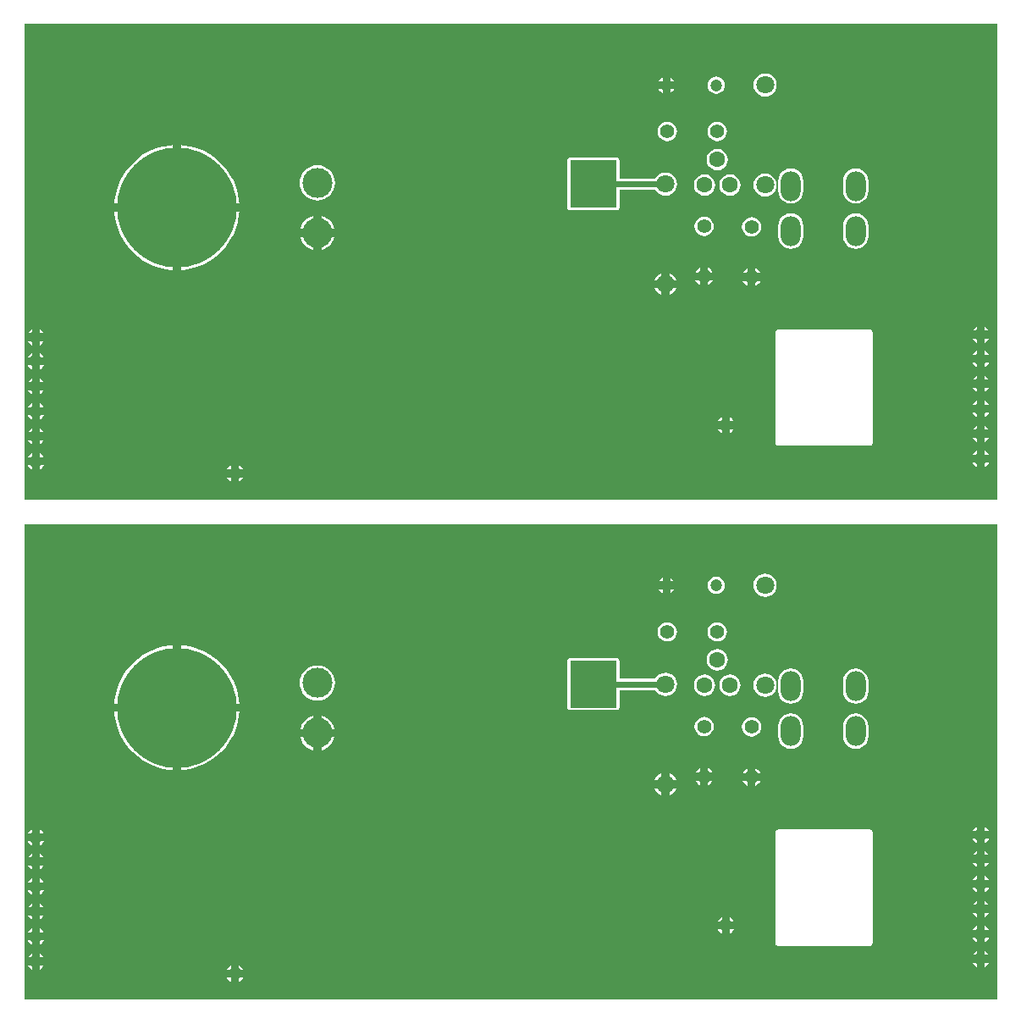
<source format=gbl>
G04*
G04 #@! TF.GenerationSoftware,Altium Limited,Altium Designer,21.0.8 (223)*
G04*
G04 Layer_Physical_Order=2*
G04 Layer_Color=16711680*
%FSLAX44Y44*%
%MOMM*%
G71*
G04*
G04 #@! TF.SameCoordinates,78419CC2-0C4D-43F0-A895-43AD8DE1811A*
G04*
G04*
G04 #@! TF.FilePolarity,Positive*
G04*
G01*
G75*
%ADD10C,0.6000*%
%ADD12C,3.0000*%
%ADD18C,1.4000*%
%ADD19C,1.2000*%
%ADD20C,1.8000*%
%ADD21C,1.6000*%
%ADD22O,2.0000X3.0000*%
%ADD23C,12.0000*%
%ADD24C,1.2700*%
%ADD25R,4.6901X4.7000*%
G36*
X1256490Y777950D02*
X283490Y777950D01*
X283490Y1253366D01*
X1256490Y1253366D01*
X1256490Y777950D01*
D02*
G37*
G36*
Y277950D02*
X283490Y277950D01*
X283490Y753366D01*
X1256490Y753366D01*
X1256490Y277950D01*
D02*
G37*
%LPC*%
G36*
X929690Y1199537D02*
Y1195950D01*
X933277D01*
X933150Y1196257D01*
X931781Y1198041D01*
X929997Y1199410D01*
X929690Y1199537D01*
D02*
G37*
G36*
X921690Y1199537D02*
X921383Y1199410D01*
X919599Y1198041D01*
X918230Y1196257D01*
X918103Y1195950D01*
X921690D01*
Y1199537D01*
D02*
G37*
G36*
X933277Y1187950D02*
X929690D01*
Y1184363D01*
X929997Y1184490D01*
X931781Y1185859D01*
X933150Y1187643D01*
X933277Y1187950D01*
D02*
G37*
G36*
X921690D02*
X918103D01*
X918230Y1187643D01*
X919599Y1185859D01*
X921383Y1184490D01*
X921690Y1184363D01*
Y1187950D01*
D02*
G37*
G36*
X975490Y1200564D02*
X973261Y1200270D01*
X971183Y1199410D01*
X969399Y1198041D01*
X968030Y1196257D01*
X967170Y1194179D01*
X966876Y1191950D01*
X967170Y1189721D01*
X968030Y1187643D01*
X969399Y1185859D01*
X971183Y1184490D01*
X973261Y1183630D01*
X975490Y1183336D01*
X977719Y1183630D01*
X979797Y1184490D01*
X981581Y1185859D01*
X982950Y1187643D01*
X983810Y1189721D01*
X984104Y1191950D01*
X983810Y1194179D01*
X982950Y1196257D01*
X981581Y1198041D01*
X979797Y1199410D01*
X977719Y1200270D01*
X975490Y1200564D01*
D02*
G37*
G36*
X1024240Y1203840D02*
X1021227Y1203443D01*
X1018420Y1202280D01*
X1016010Y1200430D01*
X1014160Y1198020D01*
X1012997Y1195212D01*
X1012600Y1192200D01*
X1012997Y1189187D01*
X1014160Y1186380D01*
X1016010Y1183970D01*
X1018420Y1182120D01*
X1021227Y1180957D01*
X1024240Y1180561D01*
X1027253Y1180957D01*
X1030060Y1182120D01*
X1032470Y1183970D01*
X1034320Y1186380D01*
X1035483Y1189187D01*
X1035880Y1192200D01*
X1035483Y1195212D01*
X1034320Y1198020D01*
X1032470Y1200430D01*
X1030060Y1202280D01*
X1027253Y1203443D01*
X1024240Y1203840D01*
D02*
G37*
G36*
X976515Y1155297D02*
X974025Y1154969D01*
X971704Y1154008D01*
X969711Y1152479D01*
X968182Y1150486D01*
X967221Y1148165D01*
X966893Y1145675D01*
X967221Y1143185D01*
X968182Y1140864D01*
X969711Y1138871D01*
X971704Y1137342D01*
X974025Y1136381D01*
X976515Y1136053D01*
X979005Y1136381D01*
X981326Y1137342D01*
X983319Y1138871D01*
X984848Y1140864D01*
X985809Y1143185D01*
X986137Y1145675D01*
X985809Y1148165D01*
X984848Y1150486D01*
X983319Y1152479D01*
X981326Y1154008D01*
X979005Y1154969D01*
X976515Y1155297D01*
D02*
G37*
G36*
X926515D02*
X924025Y1154969D01*
X921704Y1154008D01*
X919711Y1152479D01*
X918182Y1150486D01*
X917221Y1148165D01*
X916893Y1145675D01*
X917221Y1143185D01*
X918182Y1140864D01*
X919711Y1138871D01*
X921704Y1137342D01*
X924025Y1136381D01*
X926515Y1136053D01*
X929005Y1136381D01*
X931326Y1137342D01*
X933319Y1138871D01*
X934848Y1140864D01*
X935809Y1143185D01*
X936137Y1145675D01*
X935809Y1148165D01*
X934848Y1150486D01*
X933319Y1152479D01*
X931326Y1154008D01*
X929005Y1154969D01*
X926515Y1155297D01*
D02*
G37*
G36*
X976540Y1128231D02*
X973789Y1127869D01*
X971225Y1126807D01*
X969023Y1125117D01*
X967333Y1122915D01*
X966271Y1120351D01*
X965909Y1117600D01*
X966271Y1114848D01*
X967333Y1112284D01*
X969023Y1110083D01*
X971225Y1108393D01*
X973789Y1107331D01*
X976540Y1106969D01*
X979292Y1107331D01*
X981855Y1108393D01*
X984057Y1110083D01*
X985747Y1112284D01*
X986809Y1114848D01*
X987171Y1117600D01*
X986809Y1120351D01*
X985747Y1122915D01*
X984057Y1125117D01*
X981855Y1126807D01*
X979292Y1127869D01*
X976540Y1128231D01*
D02*
G37*
G36*
X989240Y1102831D02*
X986488Y1102469D01*
X983924Y1101407D01*
X981723Y1099717D01*
X980033Y1097515D01*
X978971Y1094951D01*
X978609Y1092200D01*
X978971Y1089448D01*
X980033Y1086885D01*
X981723Y1084683D01*
X983924Y1082993D01*
X986488Y1081931D01*
X989240Y1081569D01*
X991992Y1081931D01*
X994556Y1082993D01*
X996757Y1084683D01*
X998447Y1086885D01*
X999509Y1089448D01*
X999871Y1092200D01*
X999509Y1094951D01*
X998447Y1097515D01*
X996757Y1099717D01*
X994556Y1101407D01*
X991992Y1102469D01*
X989240Y1102831D01*
D02*
G37*
G36*
X963840D02*
X961088Y1102469D01*
X958524Y1101407D01*
X956323Y1099717D01*
X954633Y1097515D01*
X953571Y1094951D01*
X953209Y1092200D01*
X953571Y1089448D01*
X954633Y1086885D01*
X956323Y1084683D01*
X958524Y1082993D01*
X961088Y1081931D01*
X963840Y1081569D01*
X966591Y1081931D01*
X969156Y1082993D01*
X971357Y1084683D01*
X973047Y1086885D01*
X974109Y1089448D01*
X974471Y1092200D01*
X974109Y1094951D01*
X973047Y1097515D01*
X971357Y1099717D01*
X969156Y1101407D01*
X966591Y1102469D01*
X963840Y1102831D01*
D02*
G37*
G36*
X876051Y1119540D02*
X829150D01*
X828159Y1119343D01*
X827319Y1118781D01*
X826758Y1117941D01*
X826561Y1116950D01*
Y1069950D01*
X826758Y1068959D01*
X827319Y1068119D01*
X828159Y1067557D01*
X829150Y1067360D01*
X876051D01*
X877042Y1067557D01*
X877882Y1068119D01*
X878443Y1068959D01*
X878641Y1069950D01*
Y1087551D01*
X914589D01*
X914660Y1087380D01*
X916510Y1084970D01*
X918920Y1083120D01*
X921728Y1081957D01*
X924740Y1081560D01*
X927753Y1081957D01*
X930560Y1083120D01*
X932970Y1084970D01*
X934820Y1087380D01*
X935983Y1090188D01*
X936380Y1093200D01*
X935983Y1096212D01*
X934820Y1099020D01*
X932970Y1101430D01*
X930560Y1103280D01*
X927753Y1104443D01*
X924740Y1104839D01*
X921728Y1104443D01*
X918920Y1103280D01*
X916510Y1101430D01*
X914660Y1099020D01*
X914589Y1098848D01*
X878641D01*
Y1116950D01*
X878443Y1117941D01*
X877882Y1118781D01*
X877042Y1119343D01*
X876051Y1119540D01*
D02*
G37*
G36*
X1024240Y1103840D02*
X1021227Y1103443D01*
X1018420Y1102280D01*
X1016010Y1100430D01*
X1014160Y1098020D01*
X1012997Y1095212D01*
X1012600Y1092200D01*
X1012997Y1089187D01*
X1014160Y1086380D01*
X1016010Y1083970D01*
X1018420Y1082120D01*
X1021227Y1080957D01*
X1024240Y1080560D01*
X1027253Y1080957D01*
X1030060Y1082120D01*
X1032470Y1083970D01*
X1034320Y1086380D01*
X1035483Y1089187D01*
X1035880Y1092200D01*
X1035483Y1095212D01*
X1034320Y1098020D01*
X1032470Y1100430D01*
X1030060Y1102280D01*
X1027253Y1103443D01*
X1024240Y1103840D01*
D02*
G37*
G36*
X576490Y1112075D02*
X573052Y1111736D01*
X569745Y1110733D01*
X566698Y1109105D01*
X564027Y1106913D01*
X561836Y1104242D01*
X560207Y1101195D01*
X559204Y1097888D01*
X558865Y1094450D01*
X559204Y1091012D01*
X560207Y1087705D01*
X561836Y1084658D01*
X564027Y1081987D01*
X566698Y1079796D01*
X569745Y1078167D01*
X573052Y1077164D01*
X576490Y1076825D01*
X579929Y1077164D01*
X583235Y1078167D01*
X586282Y1079796D01*
X588953Y1081987D01*
X591144Y1084658D01*
X592773Y1087705D01*
X593776Y1091012D01*
X594115Y1094450D01*
X593776Y1097888D01*
X592773Y1101195D01*
X591144Y1104242D01*
X588953Y1106913D01*
X586282Y1109105D01*
X583235Y1110733D01*
X579929Y1111736D01*
X576490Y1112075D01*
D02*
G37*
G36*
X439990Y1132114D02*
Y1073700D01*
X498404D01*
X498235Y1076713D01*
X497058Y1083638D01*
X495113Y1090388D01*
X492425Y1096878D01*
X489028Y1103026D01*
X484963Y1108755D01*
X480282Y1113992D01*
X475045Y1118673D01*
X469316Y1122738D01*
X463168Y1126135D01*
X456678Y1128823D01*
X449928Y1130768D01*
X443003Y1131945D01*
X439990Y1132114D01*
D02*
G37*
G36*
X431990D02*
X428977Y1131945D01*
X422052Y1130768D01*
X415302Y1128823D01*
X408812Y1126135D01*
X402664Y1122738D01*
X396936Y1118673D01*
X391698Y1113992D01*
X387017Y1108755D01*
X382952Y1103026D01*
X379555Y1096878D01*
X376866Y1090388D01*
X374922Y1083638D01*
X373745Y1076713D01*
X373576Y1073700D01*
X431990D01*
Y1132114D01*
D02*
G37*
G36*
X1114990Y1108903D02*
X1111716Y1108472D01*
X1108666Y1107209D01*
X1106046Y1105199D01*
X1104036Y1102579D01*
X1102773Y1099529D01*
X1102342Y1096255D01*
Y1086255D01*
X1102773Y1082981D01*
X1104036Y1079931D01*
X1106046Y1077311D01*
X1108666Y1075301D01*
X1111716Y1074038D01*
X1114990Y1073607D01*
X1118264Y1074038D01*
X1121314Y1075301D01*
X1123934Y1077311D01*
X1125944Y1079931D01*
X1127207Y1082981D01*
X1127638Y1086255D01*
Y1096255D01*
X1127207Y1099529D01*
X1125944Y1102579D01*
X1123934Y1105199D01*
X1121314Y1107209D01*
X1118264Y1108472D01*
X1114990Y1108903D01*
D02*
G37*
G36*
X1049990D02*
X1046716Y1108472D01*
X1043666Y1107209D01*
X1041046Y1105199D01*
X1039036Y1102579D01*
X1037773Y1099529D01*
X1037342Y1096255D01*
Y1086255D01*
X1037773Y1082981D01*
X1039036Y1079931D01*
X1041046Y1077311D01*
X1043666Y1075301D01*
X1046716Y1074038D01*
X1049990Y1073607D01*
X1053264Y1074038D01*
X1056314Y1075301D01*
X1058934Y1077311D01*
X1060944Y1079931D01*
X1062207Y1082981D01*
X1062638Y1086255D01*
Y1096255D01*
X1062207Y1099529D01*
X1060944Y1102579D01*
X1058934Y1105199D01*
X1056314Y1107209D01*
X1053264Y1108472D01*
X1049990Y1108903D01*
D02*
G37*
G36*
X580490Y1061566D02*
Y1048450D01*
X593606D01*
X592773Y1051195D01*
X591144Y1054242D01*
X588953Y1056913D01*
X586282Y1059105D01*
X583235Y1060733D01*
X580490Y1061566D01*
D02*
G37*
G36*
X572490D02*
X569745Y1060733D01*
X566698Y1059105D01*
X564027Y1056913D01*
X561836Y1054242D01*
X560207Y1051195D01*
X559374Y1048450D01*
X572490D01*
Y1061566D01*
D02*
G37*
G36*
X963240Y1060572D02*
X960750Y1060244D01*
X958429Y1059283D01*
X956436Y1057754D01*
X954907Y1055761D01*
X953946Y1053440D01*
X953618Y1050950D01*
X953946Y1048459D01*
X954907Y1046139D01*
X956436Y1044146D01*
X958429Y1042617D01*
X960750Y1041656D01*
X963240Y1041328D01*
X965731Y1041656D01*
X968051Y1042617D01*
X970044Y1044146D01*
X971573Y1046139D01*
X972534Y1048459D01*
X972862Y1050950D01*
X972534Y1053440D01*
X971573Y1055761D01*
X970044Y1057754D01*
X968051Y1059283D01*
X965731Y1060244D01*
X963240Y1060572D01*
D02*
G37*
G36*
X1010740Y1060072D02*
X1008250Y1059744D01*
X1005929Y1058783D01*
X1003936Y1057254D01*
X1002407Y1055261D01*
X1001446Y1052941D01*
X1001118Y1050450D01*
X1001446Y1047960D01*
X1002407Y1045639D01*
X1003936Y1043646D01*
X1005929Y1042117D01*
X1008250Y1041156D01*
X1010740Y1040828D01*
X1013231Y1041156D01*
X1015551Y1042117D01*
X1017544Y1043646D01*
X1019073Y1045639D01*
X1020034Y1047960D01*
X1020362Y1050450D01*
X1020034Y1052941D01*
X1019073Y1055261D01*
X1017544Y1057254D01*
X1015551Y1058783D01*
X1013231Y1059744D01*
X1010740Y1060072D01*
D02*
G37*
G36*
X1114990Y1063903D02*
X1111716Y1063472D01*
X1108666Y1062209D01*
X1106046Y1060199D01*
X1104036Y1057579D01*
X1102773Y1054529D01*
X1102342Y1051255D01*
Y1041255D01*
X1102773Y1037981D01*
X1104036Y1034931D01*
X1106046Y1032311D01*
X1108666Y1030301D01*
X1111716Y1029038D01*
X1114990Y1028607D01*
X1118264Y1029038D01*
X1121314Y1030301D01*
X1123934Y1032311D01*
X1125944Y1034931D01*
X1127207Y1037981D01*
X1127638Y1041255D01*
Y1051255D01*
X1127207Y1054529D01*
X1125944Y1057579D01*
X1123934Y1060199D01*
X1121314Y1062209D01*
X1118264Y1063472D01*
X1114990Y1063903D01*
D02*
G37*
G36*
X1049990D02*
X1046716Y1063472D01*
X1043666Y1062209D01*
X1041046Y1060199D01*
X1039036Y1057579D01*
X1037773Y1054529D01*
X1037342Y1051255D01*
Y1041255D01*
X1037773Y1037981D01*
X1039036Y1034931D01*
X1041046Y1032311D01*
X1043666Y1030301D01*
X1046716Y1029038D01*
X1049990Y1028607D01*
X1053264Y1029038D01*
X1056314Y1030301D01*
X1058934Y1032311D01*
X1060944Y1034931D01*
X1062207Y1037981D01*
X1062638Y1041255D01*
Y1051255D01*
X1062207Y1054529D01*
X1060944Y1057579D01*
X1058934Y1060199D01*
X1056314Y1062209D01*
X1053264Y1063472D01*
X1049990Y1063903D01*
D02*
G37*
G36*
X593606Y1040450D02*
X580490D01*
Y1027334D01*
X583235Y1028167D01*
X586282Y1029796D01*
X588953Y1031987D01*
X591144Y1034658D01*
X592773Y1037705D01*
X593606Y1040450D01*
D02*
G37*
G36*
X572490D02*
X559374D01*
X560207Y1037705D01*
X561836Y1034658D01*
X564027Y1031987D01*
X566698Y1029796D01*
X569745Y1028167D01*
X572490Y1027334D01*
Y1040450D01*
D02*
G37*
G36*
X498404Y1065700D02*
X439990D01*
Y1007286D01*
X443003Y1007455D01*
X449928Y1008632D01*
X456678Y1010576D01*
X463168Y1013265D01*
X469316Y1016662D01*
X475045Y1020727D01*
X480282Y1025408D01*
X484963Y1030646D01*
X489028Y1036374D01*
X492425Y1042522D01*
X495113Y1049012D01*
X497058Y1055762D01*
X498235Y1062687D01*
X498404Y1065700D01*
D02*
G37*
G36*
X431990D02*
X373576D01*
X373745Y1062687D01*
X374922Y1055762D01*
X376866Y1049012D01*
X379555Y1042522D01*
X382952Y1036374D01*
X387017Y1030646D01*
X391698Y1025408D01*
X396936Y1020727D01*
X402664Y1016662D01*
X408812Y1013265D01*
X415302Y1010576D01*
X422052Y1008632D01*
X428977Y1007455D01*
X431990Y1007286D01*
Y1065700D01*
D02*
G37*
G36*
X967240Y1009619D02*
Y1004950D01*
X971909D01*
X971573Y1005761D01*
X970044Y1007754D01*
X968051Y1009283D01*
X967240Y1009619D01*
D02*
G37*
G36*
X959240Y1009619D02*
X958429Y1009283D01*
X956436Y1007754D01*
X954907Y1005761D01*
X954571Y1004950D01*
X959240D01*
Y1009619D01*
D02*
G37*
G36*
X1014740Y1009119D02*
Y1004450D01*
X1019409D01*
X1019073Y1005261D01*
X1017544Y1007254D01*
X1015551Y1008783D01*
X1014740Y1009119D01*
D02*
G37*
G36*
X1006740D02*
X1005929Y1008783D01*
X1003936Y1007254D01*
X1002407Y1005261D01*
X1002071Y1004450D01*
X1006740D01*
Y1009119D01*
D02*
G37*
G36*
X928740Y1004034D02*
Y997200D01*
X935574D01*
X934820Y999020D01*
X932970Y1001430D01*
X930560Y1003280D01*
X928740Y1004034D01*
D02*
G37*
G36*
X920740D02*
X918920Y1003280D01*
X916510Y1001430D01*
X914660Y999020D01*
X913906Y997200D01*
X920740D01*
Y1004034D01*
D02*
G37*
G36*
X959240Y996950D02*
X954571D01*
X954907Y996139D01*
X956436Y994146D01*
X958429Y992617D01*
X959240Y992281D01*
Y996950D01*
D02*
G37*
G36*
X971909D02*
X967240D01*
Y992281D01*
X968051Y992617D01*
X970044Y994146D01*
X971573Y996139D01*
X971909Y996950D01*
D02*
G37*
G36*
X1019409Y996450D02*
X1014740D01*
Y991781D01*
X1015551Y992117D01*
X1017544Y993646D01*
X1019073Y995639D01*
X1019409Y996450D01*
D02*
G37*
G36*
X1006740D02*
X1002071D01*
X1002407Y995639D01*
X1003936Y993646D01*
X1005929Y992117D01*
X1006740Y991781D01*
Y996450D01*
D02*
G37*
G36*
X935574Y989200D02*
X928740D01*
Y982366D01*
X930560Y983120D01*
X932970Y984970D01*
X934820Y987380D01*
X935574Y989200D01*
D02*
G37*
G36*
X920740D02*
X913906D01*
X914660Y987380D01*
X916510Y984970D01*
X918920Y983120D01*
X920740Y982366D01*
Y989200D01*
D02*
G37*
G36*
X1243990Y950556D02*
Y946590D01*
X1247956D01*
X1247755Y947073D01*
X1246330Y948930D01*
X1244473Y950355D01*
X1243990Y950556D01*
D02*
G37*
G36*
X1235990D02*
X1235507Y950355D01*
X1233650Y948930D01*
X1232225Y947073D01*
X1232024Y946590D01*
X1235990D01*
Y950556D01*
D02*
G37*
G36*
X298990Y948056D02*
Y944090D01*
X302956D01*
X302755Y944573D01*
X301330Y946430D01*
X299473Y947855D01*
X298990Y948056D01*
D02*
G37*
G36*
X290990D02*
X290507Y947855D01*
X288650Y946430D01*
X287225Y944573D01*
X287024Y944090D01*
X290990D01*
Y948056D01*
D02*
G37*
G36*
X1247956Y938590D02*
X1243990D01*
Y934624D01*
X1244473Y934825D01*
X1246330Y936250D01*
X1247755Y938107D01*
X1247956Y938590D01*
D02*
G37*
G36*
X1235990D02*
X1232024D01*
X1232225Y938107D01*
X1233650Y936250D01*
X1235507Y934825D01*
X1235990Y934624D01*
Y938590D01*
D02*
G37*
G36*
X302956Y936090D02*
X298990D01*
Y932124D01*
X299473Y932325D01*
X301330Y933750D01*
X302755Y935607D01*
X302956Y936090D01*
D02*
G37*
G36*
X290990D02*
X287024D01*
X287225Y935607D01*
X288650Y933750D01*
X290507Y932325D01*
X290990Y932124D01*
Y936090D01*
D02*
G37*
G36*
X1243990Y926556D02*
Y922590D01*
X1247956D01*
X1247755Y923073D01*
X1246330Y924930D01*
X1244473Y926355D01*
X1243990Y926556D01*
D02*
G37*
G36*
X1235990D02*
X1235507Y926355D01*
X1233650Y924930D01*
X1232225Y923073D01*
X1232024Y922590D01*
X1235990D01*
Y926556D01*
D02*
G37*
G36*
X298990Y924056D02*
Y920090D01*
X302956D01*
X302755Y920573D01*
X301330Y922430D01*
X299473Y923855D01*
X298990Y924056D01*
D02*
G37*
G36*
X290990D02*
X290507Y923855D01*
X288650Y922430D01*
X287225Y920573D01*
X287024Y920090D01*
X290990D01*
Y924056D01*
D02*
G37*
G36*
X1247956Y914590D02*
X1243990D01*
Y910624D01*
X1244473Y910825D01*
X1246330Y912250D01*
X1247755Y914107D01*
X1247956Y914590D01*
D02*
G37*
G36*
X1235990D02*
X1232024D01*
X1232225Y914107D01*
X1233650Y912250D01*
X1235507Y910825D01*
X1235990Y910624D01*
Y914590D01*
D02*
G37*
G36*
X302956Y912090D02*
X298990D01*
Y908124D01*
X299473Y908325D01*
X301330Y909750D01*
X302755Y911607D01*
X302956Y912090D01*
D02*
G37*
G36*
X290990D02*
X287024D01*
X287225Y911607D01*
X288650Y909750D01*
X290507Y908325D01*
X290990Y908124D01*
Y912090D01*
D02*
G37*
G36*
X1243990Y901556D02*
Y897590D01*
X1247956D01*
X1247755Y898073D01*
X1246330Y899930D01*
X1244473Y901355D01*
X1243990Y901556D01*
D02*
G37*
G36*
X1235990D02*
X1235507Y901355D01*
X1233650Y899930D01*
X1232225Y898073D01*
X1232024Y897590D01*
X1235990D01*
Y901556D01*
D02*
G37*
G36*
X298990Y899056D02*
Y895090D01*
X302956D01*
X302755Y895573D01*
X301330Y897430D01*
X299473Y898855D01*
X298990Y899056D01*
D02*
G37*
G36*
X290990D02*
X290507Y898855D01*
X288650Y897430D01*
X287225Y895573D01*
X287024Y895090D01*
X290990D01*
Y899056D01*
D02*
G37*
G36*
X1247956Y889590D02*
X1243990D01*
Y885624D01*
X1244473Y885825D01*
X1246330Y887250D01*
X1247755Y889107D01*
X1247956Y889590D01*
D02*
G37*
G36*
X1235990D02*
X1232024D01*
X1232225Y889107D01*
X1233650Y887250D01*
X1235507Y885825D01*
X1235990Y885624D01*
Y889590D01*
D02*
G37*
G36*
X302956Y887090D02*
X298990D01*
Y883124D01*
X299473Y883325D01*
X301330Y884750D01*
X302755Y886607D01*
X302956Y887090D01*
D02*
G37*
G36*
X290990D02*
X287024D01*
X287225Y886607D01*
X288650Y884750D01*
X290507Y883325D01*
X290990Y883124D01*
Y887090D01*
D02*
G37*
G36*
X1243990Y876556D02*
Y872590D01*
X1247956D01*
X1247755Y873073D01*
X1246330Y874930D01*
X1244473Y876355D01*
X1243990Y876556D01*
D02*
G37*
G36*
X1235990D02*
X1235507Y876355D01*
X1233650Y874930D01*
X1232225Y873073D01*
X1232024Y872590D01*
X1235990D01*
Y876556D01*
D02*
G37*
G36*
X298990Y874056D02*
Y870090D01*
X302956D01*
X302755Y870573D01*
X301330Y872430D01*
X299473Y873855D01*
X298990Y874056D01*
D02*
G37*
G36*
X290990D02*
X290507Y873855D01*
X288650Y872430D01*
X287225Y870573D01*
X287024Y870090D01*
X290990D01*
Y874056D01*
D02*
G37*
G36*
X1247956Y864590D02*
X1243990D01*
Y860624D01*
X1244473Y860825D01*
X1246330Y862250D01*
X1247755Y864107D01*
X1247956Y864590D01*
D02*
G37*
G36*
X1235990D02*
X1232024D01*
X1232225Y864107D01*
X1233650Y862250D01*
X1235507Y860825D01*
X1235990Y860624D01*
Y864590D01*
D02*
G37*
G36*
X302956Y862090D02*
X298990D01*
Y858124D01*
X299473Y858325D01*
X301330Y859750D01*
X302755Y861607D01*
X302956Y862090D01*
D02*
G37*
G36*
X290990D02*
X287024D01*
X287225Y861607D01*
X288650Y859750D01*
X290507Y858325D01*
X290990Y858124D01*
Y862090D01*
D02*
G37*
G36*
X988990Y860166D02*
Y856200D01*
X992956D01*
X992755Y856683D01*
X991330Y858540D01*
X989473Y859965D01*
X988990Y860166D01*
D02*
G37*
G36*
X980990D02*
X980507Y859965D01*
X978650Y858540D01*
X977225Y856683D01*
X977024Y856200D01*
X980990D01*
Y860166D01*
D02*
G37*
G36*
X1243990Y851556D02*
Y847590D01*
X1247956D01*
X1247755Y848073D01*
X1246330Y849930D01*
X1244473Y851355D01*
X1243990Y851556D01*
D02*
G37*
G36*
X1235990D02*
X1235507Y851355D01*
X1233650Y849930D01*
X1232225Y848073D01*
X1232024Y847590D01*
X1235990D01*
Y851556D01*
D02*
G37*
G36*
X298990Y849056D02*
Y845090D01*
X302956D01*
X302755Y845573D01*
X301330Y847430D01*
X299473Y848855D01*
X298990Y849056D01*
D02*
G37*
G36*
X290990D02*
X290507Y848855D01*
X288650Y847430D01*
X287225Y845573D01*
X287024Y845090D01*
X290990D01*
Y849056D01*
D02*
G37*
G36*
X992956Y848200D02*
X988990D01*
Y844234D01*
X989473Y844435D01*
X991330Y845860D01*
X992755Y847717D01*
X992956Y848200D01*
D02*
G37*
G36*
X980990D02*
X977024D01*
X977225Y847717D01*
X978650Y845860D01*
X980507Y844435D01*
X980990Y844234D01*
Y848200D01*
D02*
G37*
G36*
X1247956Y839590D02*
X1243990D01*
Y835624D01*
X1244473Y835825D01*
X1246330Y837250D01*
X1247755Y839107D01*
X1247956Y839590D01*
D02*
G37*
G36*
X1235990D02*
X1232024D01*
X1232225Y839107D01*
X1233650Y837250D01*
X1235507Y835825D01*
X1235990Y835624D01*
Y839590D01*
D02*
G37*
G36*
X302956Y837090D02*
X298990D01*
Y833124D01*
X299473Y833325D01*
X301330Y834750D01*
X302755Y836607D01*
X302956Y837090D01*
D02*
G37*
G36*
X290990D02*
X287024D01*
X287225Y836607D01*
X288650Y834750D01*
X290507Y833325D01*
X290990Y833124D01*
Y837090D01*
D02*
G37*
G36*
X1129240Y948040D02*
X1037240D01*
X1036249Y947843D01*
X1035409Y947281D01*
X1034847Y946441D01*
X1034650Y945450D01*
Y834450D01*
X1034847Y833459D01*
X1035409Y832619D01*
X1036249Y832057D01*
X1037240Y831860D01*
X1129240D01*
X1130231Y832057D01*
X1131071Y832619D01*
X1131633Y833459D01*
X1131830Y834450D01*
Y945450D01*
X1131633Y946441D01*
X1131071Y947281D01*
X1130231Y947843D01*
X1129240Y948040D01*
D02*
G37*
G36*
X1243990Y826556D02*
Y822590D01*
X1247956D01*
X1247755Y823073D01*
X1246330Y824930D01*
X1244473Y826355D01*
X1243990Y826556D01*
D02*
G37*
G36*
X1235990D02*
X1235507Y826355D01*
X1233650Y824930D01*
X1232225Y823073D01*
X1232024Y822590D01*
X1235990D01*
Y826556D01*
D02*
G37*
G36*
X298990Y824056D02*
Y820090D01*
X302956D01*
X302755Y820573D01*
X301330Y822430D01*
X299473Y823855D01*
X298990Y824056D01*
D02*
G37*
G36*
X290990D02*
X290507Y823855D01*
X288650Y822430D01*
X287225Y820573D01*
X287024Y820090D01*
X290990D01*
Y824056D01*
D02*
G37*
G36*
X1247956Y814590D02*
X1243990D01*
Y810624D01*
X1244473Y810825D01*
X1246330Y812250D01*
X1247755Y814107D01*
X1247956Y814590D01*
D02*
G37*
G36*
X1235990D02*
X1232024D01*
X1232225Y814107D01*
X1233650Y812250D01*
X1235507Y810825D01*
X1235990Y810624D01*
Y814590D01*
D02*
G37*
G36*
X302956Y812090D02*
X298990D01*
Y808124D01*
X299473Y808325D01*
X301330Y809750D01*
X302755Y811607D01*
X302956Y812090D01*
D02*
G37*
G36*
X290990D02*
X287024D01*
X287225Y811607D01*
X288650Y809750D01*
X290507Y808325D01*
X290990Y808124D01*
Y812090D01*
D02*
G37*
G36*
X498240Y811916D02*
Y807950D01*
X502206D01*
X502005Y808433D01*
X500580Y810291D01*
X498723Y811715D01*
X498240Y811916D01*
D02*
G37*
G36*
X490240D02*
X489757Y811715D01*
X487900Y810291D01*
X486475Y808433D01*
X486274Y807950D01*
X490240D01*
Y811916D01*
D02*
G37*
G36*
X502206Y799950D02*
X498240D01*
Y795984D01*
X498723Y796185D01*
X500580Y797610D01*
X502005Y799467D01*
X502206Y799950D01*
D02*
G37*
G36*
X490240D02*
X486274D01*
X486475Y799467D01*
X487900Y797610D01*
X489757Y796185D01*
X490240Y795984D01*
Y799950D01*
D02*
G37*
G36*
X929690Y699537D02*
Y695950D01*
X933277D01*
X933150Y696257D01*
X931781Y698041D01*
X929997Y699410D01*
X929690Y699537D01*
D02*
G37*
G36*
X921690Y699537D02*
X921383Y699410D01*
X919599Y698041D01*
X918230Y696257D01*
X918103Y695950D01*
X921690D01*
Y699537D01*
D02*
G37*
G36*
X933277Y687950D02*
X929690D01*
Y684363D01*
X929997Y684490D01*
X931781Y685859D01*
X933150Y687643D01*
X933277Y687950D01*
D02*
G37*
G36*
X921690D02*
X918103D01*
X918230Y687643D01*
X919599Y685859D01*
X921383Y684490D01*
X921690Y684363D01*
Y687950D01*
D02*
G37*
G36*
X975490Y700564D02*
X973261Y700270D01*
X971183Y699410D01*
X969399Y698041D01*
X968030Y696257D01*
X967170Y694179D01*
X966876Y691950D01*
X967170Y689721D01*
X968030Y687643D01*
X969399Y685859D01*
X971183Y684490D01*
X973261Y683630D01*
X975490Y683336D01*
X977719Y683630D01*
X979797Y684490D01*
X981581Y685859D01*
X982950Y687643D01*
X983810Y689721D01*
X984104Y691950D01*
X983810Y694179D01*
X982950Y696257D01*
X981581Y698041D01*
X979797Y699410D01*
X977719Y700270D01*
X975490Y700564D01*
D02*
G37*
G36*
X1024240Y703840D02*
X1021227Y703443D01*
X1018420Y702280D01*
X1016010Y700430D01*
X1014160Y698020D01*
X1012997Y695213D01*
X1012600Y692200D01*
X1012997Y689187D01*
X1014160Y686380D01*
X1016010Y683970D01*
X1018420Y682120D01*
X1021227Y680957D01*
X1024240Y680561D01*
X1027253Y680957D01*
X1030060Y682120D01*
X1032470Y683970D01*
X1034320Y686380D01*
X1035483Y689187D01*
X1035880Y692200D01*
X1035483Y695213D01*
X1034320Y698020D01*
X1032470Y700430D01*
X1030060Y702280D01*
X1027253Y703443D01*
X1024240Y703840D01*
D02*
G37*
G36*
X976515Y655297D02*
X974025Y654969D01*
X971704Y654008D01*
X969711Y652479D01*
X968182Y650486D01*
X967221Y648166D01*
X966893Y645675D01*
X967221Y643185D01*
X968182Y640864D01*
X969711Y638871D01*
X971704Y637342D01*
X974025Y636381D01*
X976515Y636053D01*
X979005Y636381D01*
X981326Y637342D01*
X983319Y638871D01*
X984848Y640864D01*
X985809Y643185D01*
X986137Y645675D01*
X985809Y648166D01*
X984848Y650486D01*
X983319Y652479D01*
X981326Y654008D01*
X979005Y654969D01*
X976515Y655297D01*
D02*
G37*
G36*
X926515D02*
X924025Y654969D01*
X921704Y654008D01*
X919711Y652479D01*
X918182Y650486D01*
X917221Y648166D01*
X916893Y645675D01*
X917221Y643185D01*
X918182Y640864D01*
X919711Y638871D01*
X921704Y637342D01*
X924025Y636381D01*
X926515Y636053D01*
X929005Y636381D01*
X931326Y637342D01*
X933319Y638871D01*
X934848Y640864D01*
X935809Y643185D01*
X936137Y645675D01*
X935809Y648166D01*
X934848Y650486D01*
X933319Y652479D01*
X931326Y654008D01*
X929005Y654969D01*
X926515Y655297D01*
D02*
G37*
G36*
X976540Y628231D02*
X973789Y627869D01*
X971225Y626807D01*
X969023Y625117D01*
X967333Y622915D01*
X966271Y620351D01*
X965909Y617600D01*
X966271Y614849D01*
X967333Y612285D01*
X969023Y610083D01*
X971225Y608393D01*
X973789Y607331D01*
X976540Y606969D01*
X979292Y607331D01*
X981855Y608393D01*
X984057Y610083D01*
X985747Y612285D01*
X986809Y614849D01*
X987171Y617600D01*
X986809Y620351D01*
X985747Y622915D01*
X984057Y625117D01*
X981855Y626807D01*
X979292Y627869D01*
X976540Y628231D01*
D02*
G37*
G36*
X989240Y602831D02*
X986488Y602469D01*
X983924Y601407D01*
X981723Y599717D01*
X980033Y597515D01*
X978971Y594952D01*
X978609Y592200D01*
X978971Y589449D01*
X980033Y586884D01*
X981723Y584683D01*
X983924Y582993D01*
X986488Y581931D01*
X989240Y581569D01*
X991992Y581931D01*
X994556Y582993D01*
X996757Y584683D01*
X998447Y586884D01*
X999509Y589449D01*
X999871Y592200D01*
X999509Y594952D01*
X998447Y597515D01*
X996757Y599717D01*
X994556Y601407D01*
X991992Y602469D01*
X989240Y602831D01*
D02*
G37*
G36*
X963840D02*
X961088Y602469D01*
X958524Y601407D01*
X956323Y599717D01*
X954633Y597515D01*
X953571Y594952D01*
X953209Y592200D01*
X953571Y589449D01*
X954633Y586884D01*
X956323Y584683D01*
X958524Y582993D01*
X961088Y581931D01*
X963840Y581569D01*
X966591Y581931D01*
X969156Y582993D01*
X971357Y584683D01*
X973047Y586884D01*
X974109Y589449D01*
X974471Y592200D01*
X974109Y594952D01*
X973047Y597515D01*
X971357Y599717D01*
X969156Y601407D01*
X966591Y602469D01*
X963840Y602831D01*
D02*
G37*
G36*
X876051Y619540D02*
X829150D01*
X828159Y619343D01*
X827319Y618781D01*
X826758Y617941D01*
X826561Y616950D01*
Y569950D01*
X826758Y568959D01*
X827319Y568119D01*
X828159Y567557D01*
X829150Y567360D01*
X876051D01*
X877042Y567557D01*
X877882Y568119D01*
X878443Y568959D01*
X878641Y569950D01*
Y587551D01*
X914589D01*
X914660Y587380D01*
X916510Y584970D01*
X918920Y583120D01*
X921728Y581957D01*
X924740Y581561D01*
X927753Y581957D01*
X930560Y583120D01*
X932970Y584970D01*
X934820Y587380D01*
X935983Y590187D01*
X936380Y593200D01*
X935983Y596213D01*
X934820Y599020D01*
X932970Y601430D01*
X930560Y603280D01*
X927753Y604443D01*
X924740Y604840D01*
X921728Y604443D01*
X918920Y603280D01*
X916510Y601430D01*
X914660Y599020D01*
X914589Y598848D01*
X878641D01*
Y616950D01*
X878443Y617941D01*
X877882Y618781D01*
X877042Y619343D01*
X876051Y619540D01*
D02*
G37*
G36*
X1024240Y603840D02*
X1021227Y603443D01*
X1018420Y602280D01*
X1016010Y600430D01*
X1014160Y598020D01*
X1012997Y595213D01*
X1012600Y592200D01*
X1012997Y589188D01*
X1014160Y586380D01*
X1016010Y583970D01*
X1018420Y582120D01*
X1021227Y580957D01*
X1024240Y580560D01*
X1027253Y580957D01*
X1030060Y582120D01*
X1032470Y583970D01*
X1034320Y586380D01*
X1035483Y589188D01*
X1035880Y592200D01*
X1035483Y595213D01*
X1034320Y598020D01*
X1032470Y600430D01*
X1030060Y602280D01*
X1027253Y603443D01*
X1024240Y603840D01*
D02*
G37*
G36*
X576490Y612075D02*
X573052Y611736D01*
X569745Y610733D01*
X566698Y609104D01*
X564027Y606913D01*
X561836Y604242D01*
X560207Y601195D01*
X559204Y597888D01*
X558865Y594450D01*
X559204Y591012D01*
X560207Y587705D01*
X561836Y584658D01*
X564027Y581987D01*
X566698Y579795D01*
X569745Y578167D01*
X573052Y577164D01*
X576490Y576825D01*
X579929Y577164D01*
X583235Y578167D01*
X586282Y579795D01*
X588953Y581987D01*
X591144Y584658D01*
X592773Y587705D01*
X593776Y591012D01*
X594115Y594450D01*
X593776Y597888D01*
X592773Y601195D01*
X591144Y604242D01*
X588953Y606913D01*
X586282Y609104D01*
X583235Y610733D01*
X579929Y611736D01*
X576490Y612075D01*
D02*
G37*
G36*
X439990Y632114D02*
Y573700D01*
X498404D01*
X498235Y576713D01*
X497058Y583638D01*
X495113Y590388D01*
X492425Y596878D01*
X489028Y603026D01*
X484963Y608755D01*
X480282Y613992D01*
X475045Y618673D01*
X469316Y622738D01*
X463168Y626135D01*
X456678Y628824D01*
X449928Y630768D01*
X443003Y631945D01*
X439990Y632114D01*
D02*
G37*
G36*
X431990D02*
X428977Y631945D01*
X422052Y630768D01*
X415302Y628824D01*
X408812Y626135D01*
X402664Y622738D01*
X396936Y618673D01*
X391698Y613992D01*
X387017Y608755D01*
X382952Y603026D01*
X379555Y596878D01*
X376866Y590388D01*
X374922Y583638D01*
X373745Y576713D01*
X373576Y573700D01*
X431990D01*
Y632114D01*
D02*
G37*
G36*
X1114990Y608903D02*
X1111716Y608472D01*
X1108666Y607209D01*
X1106046Y605199D01*
X1104036Y602579D01*
X1102773Y599529D01*
X1102342Y596255D01*
Y586255D01*
X1102773Y582981D01*
X1104036Y579931D01*
X1106046Y577311D01*
X1108666Y575301D01*
X1111716Y574038D01*
X1114990Y573607D01*
X1118264Y574038D01*
X1121314Y575301D01*
X1123934Y577311D01*
X1125944Y579931D01*
X1127207Y582981D01*
X1127638Y586255D01*
Y596255D01*
X1127207Y599529D01*
X1125944Y602579D01*
X1123934Y605199D01*
X1121314Y607209D01*
X1118264Y608472D01*
X1114990Y608903D01*
D02*
G37*
G36*
X1049990D02*
X1046716Y608472D01*
X1043666Y607209D01*
X1041046Y605199D01*
X1039036Y602579D01*
X1037773Y599529D01*
X1037342Y596255D01*
Y586255D01*
X1037773Y582981D01*
X1039036Y579931D01*
X1041046Y577311D01*
X1043666Y575301D01*
X1046716Y574038D01*
X1049990Y573607D01*
X1053264Y574038D01*
X1056314Y575301D01*
X1058934Y577311D01*
X1060944Y579931D01*
X1062207Y582981D01*
X1062638Y586255D01*
Y596255D01*
X1062207Y599529D01*
X1060944Y602579D01*
X1058934Y605199D01*
X1056314Y607209D01*
X1053264Y608472D01*
X1049990Y608903D01*
D02*
G37*
G36*
X580490Y561566D02*
Y548450D01*
X593606D01*
X592773Y551195D01*
X591144Y554242D01*
X588953Y556913D01*
X586282Y559104D01*
X583235Y560733D01*
X580490Y561566D01*
D02*
G37*
G36*
X572490D02*
X569745Y560733D01*
X566698Y559104D01*
X564027Y556913D01*
X561836Y554242D01*
X560207Y551195D01*
X559374Y548450D01*
X572490D01*
Y561566D01*
D02*
G37*
G36*
X963240Y560572D02*
X960750Y560244D01*
X958429Y559283D01*
X956436Y557754D01*
X954907Y555761D01*
X953946Y553440D01*
X953618Y550950D01*
X953946Y548460D01*
X954907Y546139D01*
X956436Y544146D01*
X958429Y542617D01*
X960750Y541656D01*
X963240Y541328D01*
X965731Y541656D01*
X968051Y542617D01*
X970044Y544146D01*
X971573Y546139D01*
X972534Y548460D01*
X972862Y550950D01*
X972534Y553440D01*
X971573Y555761D01*
X970044Y557754D01*
X968051Y559283D01*
X965731Y560244D01*
X963240Y560572D01*
D02*
G37*
G36*
X1010740Y560072D02*
X1008250Y559744D01*
X1005929Y558783D01*
X1003936Y557254D01*
X1002407Y555261D01*
X1001446Y552940D01*
X1001118Y550450D01*
X1001446Y547960D01*
X1002407Y545639D01*
X1003936Y543646D01*
X1005929Y542117D01*
X1008250Y541156D01*
X1010740Y540828D01*
X1013231Y541156D01*
X1015551Y542117D01*
X1017544Y543646D01*
X1019073Y545639D01*
X1020034Y547960D01*
X1020362Y550450D01*
X1020034Y552940D01*
X1019073Y555261D01*
X1017544Y557254D01*
X1015551Y558783D01*
X1013231Y559744D01*
X1010740Y560072D01*
D02*
G37*
G36*
X1114990Y563903D02*
X1111716Y563472D01*
X1108666Y562209D01*
X1106046Y560199D01*
X1104036Y557579D01*
X1102773Y554529D01*
X1102342Y551255D01*
Y541255D01*
X1102773Y537981D01*
X1104036Y534931D01*
X1106046Y532311D01*
X1108666Y530301D01*
X1111716Y529038D01*
X1114990Y528607D01*
X1118264Y529038D01*
X1121314Y530301D01*
X1123934Y532311D01*
X1125944Y534931D01*
X1127207Y537981D01*
X1127638Y541255D01*
Y551255D01*
X1127207Y554529D01*
X1125944Y557579D01*
X1123934Y560199D01*
X1121314Y562209D01*
X1118264Y563472D01*
X1114990Y563903D01*
D02*
G37*
G36*
X1049990D02*
X1046716Y563472D01*
X1043666Y562209D01*
X1041046Y560199D01*
X1039036Y557579D01*
X1037773Y554529D01*
X1037342Y551255D01*
Y541255D01*
X1037773Y537981D01*
X1039036Y534931D01*
X1041046Y532311D01*
X1043666Y530301D01*
X1046716Y529038D01*
X1049990Y528607D01*
X1053264Y529038D01*
X1056314Y530301D01*
X1058934Y532311D01*
X1060944Y534931D01*
X1062207Y537981D01*
X1062638Y541255D01*
Y551255D01*
X1062207Y554529D01*
X1060944Y557579D01*
X1058934Y560199D01*
X1056314Y562209D01*
X1053264Y563472D01*
X1049990Y563903D01*
D02*
G37*
G36*
X593606Y540450D02*
X580490D01*
Y527334D01*
X583235Y528167D01*
X586282Y529795D01*
X588953Y531987D01*
X591144Y534658D01*
X592773Y537705D01*
X593606Y540450D01*
D02*
G37*
G36*
X572490D02*
X559374D01*
X560207Y537705D01*
X561836Y534658D01*
X564027Y531987D01*
X566698Y529795D01*
X569745Y528167D01*
X572490Y527334D01*
Y540450D01*
D02*
G37*
G36*
X498404Y565700D02*
X439990D01*
Y507286D01*
X443003Y507455D01*
X449928Y508632D01*
X456678Y510577D01*
X463168Y513265D01*
X469316Y516662D01*
X475045Y520727D01*
X480282Y525408D01*
X484963Y530645D01*
X489028Y536374D01*
X492425Y542522D01*
X495113Y549012D01*
X497058Y555762D01*
X498235Y562687D01*
X498404Y565700D01*
D02*
G37*
G36*
X431990D02*
X373576D01*
X373745Y562687D01*
X374922Y555762D01*
X376866Y549012D01*
X379555Y542522D01*
X382952Y536374D01*
X387017Y530645D01*
X391698Y525408D01*
X396936Y520727D01*
X402664Y516662D01*
X408812Y513265D01*
X415302Y510577D01*
X422052Y508632D01*
X428977Y507455D01*
X431990Y507286D01*
Y565700D01*
D02*
G37*
G36*
X967240Y509619D02*
Y504950D01*
X971909D01*
X971573Y505761D01*
X970044Y507754D01*
X968051Y509283D01*
X967240Y509619D01*
D02*
G37*
G36*
X959240Y509619D02*
X958429Y509283D01*
X956436Y507754D01*
X954907Y505761D01*
X954571Y504950D01*
X959240D01*
Y509619D01*
D02*
G37*
G36*
X1014740Y509119D02*
Y504450D01*
X1019409D01*
X1019073Y505261D01*
X1017544Y507254D01*
X1015551Y508783D01*
X1014740Y509119D01*
D02*
G37*
G36*
X1006740D02*
X1005929Y508783D01*
X1003936Y507254D01*
X1002407Y505261D01*
X1002071Y504450D01*
X1006740D01*
Y509119D01*
D02*
G37*
G36*
X928740Y504034D02*
Y497200D01*
X935574D01*
X934820Y499020D01*
X932970Y501430D01*
X930560Y503280D01*
X928740Y504034D01*
D02*
G37*
G36*
X920740D02*
X918920Y503280D01*
X916510Y501430D01*
X914660Y499020D01*
X913906Y497200D01*
X920740D01*
Y504034D01*
D02*
G37*
G36*
X959240Y496950D02*
X954571D01*
X954907Y496139D01*
X956436Y494146D01*
X958429Y492617D01*
X959240Y492281D01*
Y496950D01*
D02*
G37*
G36*
X971909D02*
X967240D01*
Y492281D01*
X968051Y492617D01*
X970044Y494146D01*
X971573Y496139D01*
X971909Y496950D01*
D02*
G37*
G36*
X1019409Y496450D02*
X1014740D01*
Y491781D01*
X1015551Y492117D01*
X1017544Y493646D01*
X1019073Y495639D01*
X1019409Y496450D01*
D02*
G37*
G36*
X1006740D02*
X1002071D01*
X1002407Y495639D01*
X1003936Y493646D01*
X1005929Y492117D01*
X1006740Y491781D01*
Y496450D01*
D02*
G37*
G36*
X935574Y489200D02*
X928740D01*
Y482366D01*
X930560Y483120D01*
X932970Y484970D01*
X934820Y487380D01*
X935574Y489200D01*
D02*
G37*
G36*
X920740D02*
X913906D01*
X914660Y487380D01*
X916510Y484970D01*
X918920Y483120D01*
X920740Y482366D01*
Y489200D01*
D02*
G37*
G36*
X1243990Y450556D02*
Y446590D01*
X1247956D01*
X1247755Y447073D01*
X1246330Y448930D01*
X1244473Y450355D01*
X1243990Y450556D01*
D02*
G37*
G36*
X1235990D02*
X1235507Y450355D01*
X1233650Y448930D01*
X1232225Y447073D01*
X1232024Y446590D01*
X1235990D01*
Y450556D01*
D02*
G37*
G36*
X298990Y448056D02*
Y444090D01*
X302956D01*
X302755Y444573D01*
X301330Y446430D01*
X299473Y447855D01*
X298990Y448056D01*
D02*
G37*
G36*
X290990D02*
X290507Y447855D01*
X288650Y446430D01*
X287225Y444573D01*
X287024Y444090D01*
X290990D01*
Y448056D01*
D02*
G37*
G36*
X1247956Y438590D02*
X1243990D01*
Y434624D01*
X1244473Y434825D01*
X1246330Y436250D01*
X1247755Y438107D01*
X1247956Y438590D01*
D02*
G37*
G36*
X1235990D02*
X1232024D01*
X1232225Y438107D01*
X1233650Y436250D01*
X1235507Y434825D01*
X1235990Y434624D01*
Y438590D01*
D02*
G37*
G36*
X302956Y436090D02*
X298990D01*
Y432124D01*
X299473Y432325D01*
X301330Y433750D01*
X302755Y435607D01*
X302956Y436090D01*
D02*
G37*
G36*
X290990D02*
X287024D01*
X287225Y435607D01*
X288650Y433750D01*
X290507Y432325D01*
X290990Y432124D01*
Y436090D01*
D02*
G37*
G36*
X1243990Y426556D02*
Y422590D01*
X1247956D01*
X1247755Y423073D01*
X1246330Y424930D01*
X1244473Y426355D01*
X1243990Y426556D01*
D02*
G37*
G36*
X1235990D02*
X1235507Y426355D01*
X1233650Y424930D01*
X1232225Y423073D01*
X1232024Y422590D01*
X1235990D01*
Y426556D01*
D02*
G37*
G36*
X298990Y424056D02*
Y420090D01*
X302956D01*
X302755Y420573D01*
X301330Y422430D01*
X299473Y423855D01*
X298990Y424056D01*
D02*
G37*
G36*
X290990D02*
X290507Y423855D01*
X288650Y422430D01*
X287225Y420573D01*
X287024Y420090D01*
X290990D01*
Y424056D01*
D02*
G37*
G36*
X1247956Y414590D02*
X1243990D01*
Y410624D01*
X1244473Y410825D01*
X1246330Y412250D01*
X1247755Y414107D01*
X1247956Y414590D01*
D02*
G37*
G36*
X1235990D02*
X1232024D01*
X1232225Y414107D01*
X1233650Y412250D01*
X1235507Y410825D01*
X1235990Y410624D01*
Y414590D01*
D02*
G37*
G36*
X302956Y412090D02*
X298990D01*
Y408124D01*
X299473Y408325D01*
X301330Y409750D01*
X302755Y411607D01*
X302956Y412090D01*
D02*
G37*
G36*
X290990D02*
X287024D01*
X287225Y411607D01*
X288650Y409750D01*
X290507Y408325D01*
X290990Y408124D01*
Y412090D01*
D02*
G37*
G36*
X1243990Y401556D02*
Y397590D01*
X1247956D01*
X1247755Y398073D01*
X1246330Y399930D01*
X1244473Y401355D01*
X1243990Y401556D01*
D02*
G37*
G36*
X1235990D02*
X1235507Y401355D01*
X1233650Y399930D01*
X1232225Y398073D01*
X1232024Y397590D01*
X1235990D01*
Y401556D01*
D02*
G37*
G36*
X298990Y399056D02*
Y395090D01*
X302956D01*
X302755Y395573D01*
X301330Y397430D01*
X299473Y398855D01*
X298990Y399056D01*
D02*
G37*
G36*
X290990D02*
X290507Y398855D01*
X288650Y397430D01*
X287225Y395573D01*
X287024Y395090D01*
X290990D01*
Y399056D01*
D02*
G37*
G36*
X1247956Y389590D02*
X1243990D01*
Y385624D01*
X1244473Y385825D01*
X1246330Y387250D01*
X1247755Y389107D01*
X1247956Y389590D01*
D02*
G37*
G36*
X1235990D02*
X1232024D01*
X1232225Y389107D01*
X1233650Y387250D01*
X1235507Y385825D01*
X1235990Y385624D01*
Y389590D01*
D02*
G37*
G36*
X302956Y387090D02*
X298990D01*
Y383124D01*
X299473Y383325D01*
X301330Y384750D01*
X302755Y386607D01*
X302956Y387090D01*
D02*
G37*
G36*
X290990D02*
X287024D01*
X287225Y386607D01*
X288650Y384750D01*
X290507Y383325D01*
X290990Y383124D01*
Y387090D01*
D02*
G37*
G36*
X1243990Y376556D02*
Y372590D01*
X1247956D01*
X1247755Y373073D01*
X1246330Y374930D01*
X1244473Y376355D01*
X1243990Y376556D01*
D02*
G37*
G36*
X1235990D02*
X1235507Y376355D01*
X1233650Y374930D01*
X1232225Y373073D01*
X1232024Y372590D01*
X1235990D01*
Y376556D01*
D02*
G37*
G36*
X298990Y374056D02*
Y370090D01*
X302956D01*
X302755Y370573D01*
X301330Y372430D01*
X299473Y373855D01*
X298990Y374056D01*
D02*
G37*
G36*
X290990D02*
X290507Y373855D01*
X288650Y372430D01*
X287225Y370573D01*
X287024Y370090D01*
X290990D01*
Y374056D01*
D02*
G37*
G36*
X1247956Y364590D02*
X1243990D01*
Y360624D01*
X1244473Y360825D01*
X1246330Y362250D01*
X1247755Y364107D01*
X1247956Y364590D01*
D02*
G37*
G36*
X1235990D02*
X1232024D01*
X1232225Y364107D01*
X1233650Y362250D01*
X1235507Y360825D01*
X1235990Y360624D01*
Y364590D01*
D02*
G37*
G36*
X302956Y362090D02*
X298990D01*
Y358124D01*
X299473Y358325D01*
X301330Y359750D01*
X302755Y361607D01*
X302956Y362090D01*
D02*
G37*
G36*
X290990D02*
X287024D01*
X287225Y361607D01*
X288650Y359750D01*
X290507Y358325D01*
X290990Y358124D01*
Y362090D01*
D02*
G37*
G36*
X988990Y360166D02*
Y356200D01*
X992956D01*
X992755Y356683D01*
X991330Y358540D01*
X989473Y359965D01*
X988990Y360166D01*
D02*
G37*
G36*
X980990D02*
X980507Y359965D01*
X978650Y358540D01*
X977225Y356683D01*
X977024Y356200D01*
X980990D01*
Y360166D01*
D02*
G37*
G36*
X1243990Y351556D02*
Y347590D01*
X1247956D01*
X1247755Y348073D01*
X1246330Y349930D01*
X1244473Y351355D01*
X1243990Y351556D01*
D02*
G37*
G36*
X1235990D02*
X1235507Y351355D01*
X1233650Y349930D01*
X1232225Y348073D01*
X1232024Y347590D01*
X1235990D01*
Y351556D01*
D02*
G37*
G36*
X298990Y349056D02*
Y345090D01*
X302956D01*
X302755Y345573D01*
X301330Y347430D01*
X299473Y348855D01*
X298990Y349056D01*
D02*
G37*
G36*
X290990D02*
X290507Y348855D01*
X288650Y347430D01*
X287225Y345573D01*
X287024Y345090D01*
X290990D01*
Y349056D01*
D02*
G37*
G36*
X992956Y348200D02*
X988990D01*
Y344234D01*
X989473Y344435D01*
X991330Y345860D01*
X992755Y347717D01*
X992956Y348200D01*
D02*
G37*
G36*
X980990D02*
X977024D01*
X977225Y347717D01*
X978650Y345860D01*
X980507Y344435D01*
X980990Y344234D01*
Y348200D01*
D02*
G37*
G36*
X1247956Y339590D02*
X1243990D01*
Y335624D01*
X1244473Y335825D01*
X1246330Y337250D01*
X1247755Y339107D01*
X1247956Y339590D01*
D02*
G37*
G36*
X1235990D02*
X1232024D01*
X1232225Y339107D01*
X1233650Y337250D01*
X1235507Y335825D01*
X1235990Y335624D01*
Y339590D01*
D02*
G37*
G36*
X302956Y337090D02*
X298990D01*
Y333124D01*
X299473Y333325D01*
X301330Y334750D01*
X302755Y336607D01*
X302956Y337090D01*
D02*
G37*
G36*
X290990D02*
X287024D01*
X287225Y336607D01*
X288650Y334750D01*
X290507Y333325D01*
X290990Y333124D01*
Y337090D01*
D02*
G37*
G36*
X1129240Y448040D02*
X1037240D01*
X1036249Y447843D01*
X1035409Y447281D01*
X1034847Y446441D01*
X1034650Y445450D01*
Y334450D01*
X1034847Y333459D01*
X1035409Y332619D01*
X1036249Y332057D01*
X1037240Y331860D01*
X1129240D01*
X1130231Y332057D01*
X1131071Y332619D01*
X1131633Y333459D01*
X1131830Y334450D01*
Y445450D01*
X1131633Y446441D01*
X1131071Y447281D01*
X1130231Y447843D01*
X1129240Y448040D01*
D02*
G37*
G36*
X1243990Y326556D02*
Y322590D01*
X1247956D01*
X1247755Y323073D01*
X1246330Y324930D01*
X1244473Y326355D01*
X1243990Y326556D01*
D02*
G37*
G36*
X1235990D02*
X1235507Y326355D01*
X1233650Y324930D01*
X1232225Y323073D01*
X1232024Y322590D01*
X1235990D01*
Y326556D01*
D02*
G37*
G36*
X298990Y324056D02*
Y320090D01*
X302956D01*
X302755Y320573D01*
X301330Y322430D01*
X299473Y323855D01*
X298990Y324056D01*
D02*
G37*
G36*
X290990D02*
X290507Y323855D01*
X288650Y322430D01*
X287225Y320573D01*
X287024Y320090D01*
X290990D01*
Y324056D01*
D02*
G37*
G36*
X1247956Y314590D02*
X1243990D01*
Y310624D01*
X1244473Y310825D01*
X1246330Y312250D01*
X1247755Y314107D01*
X1247956Y314590D01*
D02*
G37*
G36*
X1235990D02*
X1232024D01*
X1232225Y314107D01*
X1233650Y312250D01*
X1235507Y310825D01*
X1235990Y310624D01*
Y314590D01*
D02*
G37*
G36*
X302956Y312090D02*
X298990D01*
Y308124D01*
X299473Y308325D01*
X301330Y309750D01*
X302755Y311607D01*
X302956Y312090D01*
D02*
G37*
G36*
X290990D02*
X287024D01*
X287225Y311607D01*
X288650Y309750D01*
X290507Y308325D01*
X290990Y308124D01*
Y312090D01*
D02*
G37*
G36*
X498240Y311916D02*
Y307950D01*
X502206D01*
X502005Y308433D01*
X500580Y310291D01*
X498723Y311715D01*
X498240Y311916D01*
D02*
G37*
G36*
X490240D02*
X489757Y311715D01*
X487900Y310291D01*
X486475Y308433D01*
X486274Y307950D01*
X490240D01*
Y311916D01*
D02*
G37*
G36*
X502206Y299950D02*
X498240D01*
Y295984D01*
X498723Y296185D01*
X500580Y297610D01*
X502005Y299467D01*
X502206Y299950D01*
D02*
G37*
G36*
X490240D02*
X486274D01*
X486475Y299467D01*
X487900Y297610D01*
X489757Y296185D01*
X490240Y295984D01*
Y299950D01*
D02*
G37*
%LPD*%
D10*
X876051Y593200D02*
G03*
X874240Y592450I0J-2561D01*
G01*
X876051Y593200D02*
X924740D01*
X876051Y1093200D02*
G03*
X874240Y1092450I0J-2561D01*
G01*
X876051Y1093200D02*
X924740D01*
D12*
X576490Y594450D02*
D03*
Y544450D02*
D03*
Y1094450D02*
D03*
Y1044450D02*
D03*
D18*
X1010740Y550450D02*
D03*
Y500450D02*
D03*
X926515Y645675D02*
D03*
X976515D02*
D03*
X963240Y500950D02*
D03*
Y550950D02*
D03*
X1010740Y1050450D02*
D03*
Y1000450D02*
D03*
X926515Y1145675D02*
D03*
X976515D02*
D03*
X963240Y1000950D02*
D03*
Y1050950D02*
D03*
D19*
X925690Y691950D02*
D03*
X975490D02*
D03*
X925690Y1191950D02*
D03*
X975490D02*
D03*
D20*
X1024240Y692200D02*
D03*
Y592200D02*
D03*
X924740Y493200D02*
D03*
Y593200D02*
D03*
X1024240Y1192200D02*
D03*
Y1092200D02*
D03*
X924740Y993200D02*
D03*
Y1093200D02*
D03*
D21*
X976540Y617600D02*
D03*
X989240Y592200D02*
D03*
X963840D02*
D03*
X976540Y1117600D02*
D03*
X989240Y1092200D02*
D03*
X963840D02*
D03*
D22*
X1114990Y591255D02*
D03*
Y546255D02*
D03*
X1049990Y591255D02*
D03*
Y546255D02*
D03*
X1114990Y1091255D02*
D03*
Y1046255D02*
D03*
X1049990Y1091255D02*
D03*
Y1046255D02*
D03*
D23*
X435990Y569700D02*
D03*
Y1069700D02*
D03*
D24*
X494240Y303950D02*
D03*
X984990Y352200D02*
D03*
X294990Y341090D02*
D03*
Y366090D02*
D03*
Y391090D02*
D03*
Y416090D02*
D03*
Y316090D02*
D03*
Y440090D02*
D03*
X1239990Y343590D02*
D03*
Y368590D02*
D03*
Y393590D02*
D03*
Y418590D02*
D03*
Y318590D02*
D03*
Y442590D02*
D03*
X494240Y803950D02*
D03*
X984990Y852200D02*
D03*
X294990Y841090D02*
D03*
Y866090D02*
D03*
Y891090D02*
D03*
Y916090D02*
D03*
Y816090D02*
D03*
Y940090D02*
D03*
X1239990Y843590D02*
D03*
Y868590D02*
D03*
Y893590D02*
D03*
Y918590D02*
D03*
Y818590D02*
D03*
Y942590D02*
D03*
D25*
X852600Y593450D02*
D03*
Y1093450D02*
D03*
M02*

</source>
